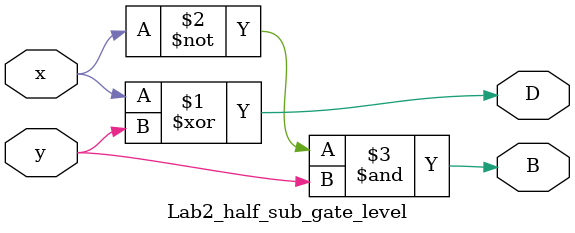
<source format=v>
module	Lab2_half_sub_gate_level (D, B, x, y);
	output	D, B;
	input	x, y;
	
	xor	G1(D,x,y);
	and	G2(B,~x,y);
endmodule

</source>
